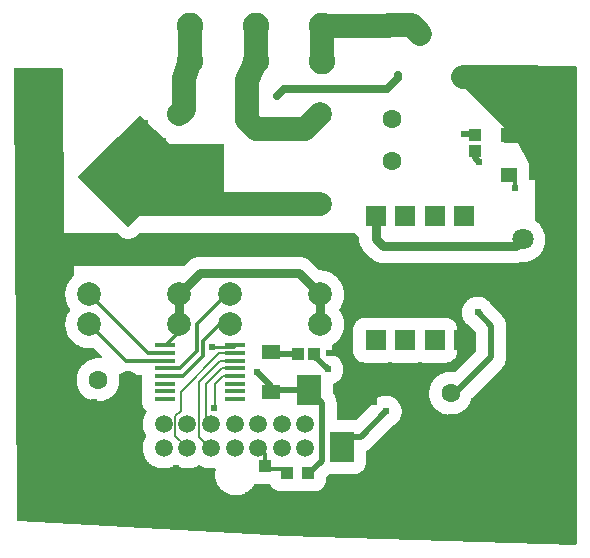
<source format=gtl>
G04 Layer: TopLayer*
G04 EasyEDA v6.3.22, 2020-02-05T09:45:25+02:00*
G04 0beb7f22875c416991f5e4e823d3f9f6,afbe6106ea7c444a8181c1b12ab228e2,10*
G04 Gerber Generator version 0.2*
G04 Scale: 100 percent, Rotated: No, Reflected: No *
G04 Dimensions in inches *
G04 leading zeros omitted , absolute positions ,2 integer and 4 decimal *
%FSLAX24Y24*%
%MOIN*%
G90*
G70D02*

%ADD10C,0.010000*%
%ADD11C,0.008000*%
%ADD12C,0.020000*%
%ADD13C,0.080000*%
%ADD14C,0.030000*%
%ADD15C,0.012000*%
%ADD16C,0.025000*%
%ADD17C,0.024000*%
%ADD18R,0.078740X0.098425*%
%ADD19R,0.059055X0.051181*%
%ADD20R,0.039370X0.039370*%
%ADD21R,0.039370X0.043307*%
%ADD22R,0.071000X0.016000*%
%ADD23R,0.055118X0.047244*%
%ADD24R,0.043307X0.039370*%
%ADD25R,0.070000X0.070000*%
%ADD26C,0.070866*%
%ADD27C,0.088583*%
%ADD28C,0.062992*%
%ADD29C,0.078740*%
%ADD30C,0.059055*%

%LPD*%
G36*
G01X18446Y14899D02*
G01X15988Y14930D01*
G01X15014Y14924D01*
G01X15009Y14924D01*
G01X15003Y14923D01*
G01X14998Y14921D01*
G01X14988Y14915D01*
G01X14984Y14911D01*
G01X14978Y14901D01*
G01X14976Y14896D01*
G01X14974Y14884D01*
G01X14975Y14878D01*
G01X14977Y14871D01*
G01X14980Y14865D01*
G01X15379Y14156D01*
G01X15383Y14150D01*
G01X15387Y14145D01*
G01X15393Y14141D01*
G01X15399Y14138D01*
G01X16036Y13893D01*
G01X16052Y12383D01*
G01X16054Y12371D01*
G01X16056Y12366D01*
G01X16059Y12361D01*
G01X16062Y12357D01*
G01X16066Y12353D01*
G01X16071Y12349D01*
G01X16081Y12345D01*
G01X16087Y12343D01*
G01X16536Y12343D01*
G01X16830Y11754D01*
G01X16854Y11718D01*
G01X16863Y11702D01*
G01X16879Y11670D01*
G01X16886Y11653D01*
G01X16892Y11635D01*
G01X16897Y11618D01*
G01X16902Y11600D01*
G01X16906Y11582D01*
G01X16909Y11564D01*
G01X16911Y11546D01*
G01X16912Y11528D01*
G01X16912Y11133D01*
G01X16913Y11127D01*
G01X16914Y11122D01*
G01X16916Y11116D01*
G01X16919Y11111D01*
G01X16922Y11107D01*
G01X16926Y11103D01*
G01X16931Y11099D01*
G01X16941Y11095D01*
G01X16947Y11093D01*
G01X17086Y11093D01*
G01X17086Y9775D01*
G01X17090Y9763D01*
G01X17098Y9753D01*
G01X17104Y9749D01*
G01X17124Y9735D01*
G01X17144Y9720D01*
G01X17201Y9672D01*
G01X17219Y9655D01*
G01X17253Y9619D01*
G01X17269Y9600D01*
G01X17299Y9560D01*
G01X17313Y9540D01*
G01X17339Y9498D01*
G01X17363Y9454D01*
G01X17373Y9432D01*
G01X17383Y9409D01*
G01X17401Y9363D01*
G01X17415Y9315D01*
G01X17421Y9291D01*
G01X17431Y9243D01*
G01X17435Y9218D01*
G01X17437Y9194D01*
G01X17441Y9144D01*
G01X17441Y9095D01*
G01X17437Y9045D01*
G01X17435Y9021D01*
G01X17431Y8996D01*
G01X17421Y8948D01*
G01X17415Y8924D01*
G01X17408Y8900D01*
G01X17401Y8877D01*
G01X17393Y8853D01*
G01X17384Y8830D01*
G01X17374Y8808D01*
G01X17363Y8785D01*
G01X17352Y8763D01*
G01X17340Y8742D01*
G01X17314Y8700D01*
G01X17300Y8679D01*
G01X17285Y8660D01*
G01X17270Y8640D01*
G01X17254Y8621D01*
G01X17220Y8585D01*
G01X17184Y8551D01*
G01X17165Y8536D01*
G01X17145Y8520D01*
G01X17126Y8505D01*
G01X17105Y8491D01*
G01X17085Y8478D01*
G01X17063Y8465D01*
G01X17042Y8453D01*
G01X17020Y8442D01*
G01X16997Y8431D01*
G01X16975Y8422D01*
G01X16952Y8412D01*
G01X16928Y8404D01*
G01X16905Y8397D01*
G01X16881Y8390D01*
G01X16857Y8384D01*
G01X16809Y8374D01*
G01X16784Y8371D01*
G01X16760Y8368D01*
G01X16710Y8364D01*
G01X16686Y8364D01*
G01X16630Y8366D01*
G01X16621Y8366D01*
G01X16616Y8365D01*
G01X16594Y8359D01*
G01X16550Y8349D01*
G01X16527Y8346D01*
G01X16505Y8344D01*
G01X16482Y8342D01*
G01X12014Y8342D01*
G01X11992Y8344D01*
G01X11971Y8346D01*
G01X11949Y8349D01*
G01X11907Y8357D01*
G01X11865Y8369D01*
G01X11845Y8376D01*
G01X11825Y8384D01*
G01X11805Y8393D01*
G01X11786Y8402D01*
G01X11766Y8412D01*
G01X11748Y8423D01*
G01X11712Y8447D01*
G01X11695Y8460D01*
G01X11678Y8474D01*
G01X11662Y8488D01*
G01X11646Y8503D01*
G01X11399Y8750D01*
G01X11384Y8766D01*
G01X11370Y8782D01*
G01X11356Y8799D01*
G01X11343Y8816D01*
G01X11319Y8852D01*
G01X11308Y8871D01*
G01X11288Y8909D01*
G01X11272Y8949D01*
G01X11265Y8970D01*
G01X11258Y8990D01*
G01X11248Y9032D01*
G01X11244Y9054D01*
G01X11241Y9075D01*
G01X11239Y9097D01*
G01X11238Y9118D01*
G01X11238Y9180D01*
G01X11237Y9185D01*
G01X11236Y9191D01*
G01X11234Y9196D01*
G01X11228Y9206D01*
G01X11224Y9210D01*
G01X11220Y9213D01*
G01X11203Y9225D01*
G01X11187Y9237D01*
G01X11157Y9263D01*
G01X11143Y9278D01*
G01X11130Y9293D01*
G01X11106Y9325D01*
G01X11102Y9330D01*
G01X11097Y9335D01*
G01X11092Y9338D01*
G01X11086Y9341D01*
G01X11079Y9342D01*
G01X11073Y9343D01*
G01X3919Y9343D01*
G01X3907Y9341D01*
G01X3901Y9339D01*
G01X3891Y9331D01*
G01X3819Y9259D01*
G01X3806Y9247D01*
G01X3792Y9234D01*
G01X3762Y9212D01*
G01X3747Y9202D01*
G01X3731Y9193D01*
G01X3714Y9184D01*
G01X3698Y9176D01*
G01X3681Y9169D01*
G01X3645Y9157D01*
G01X3609Y9149D01*
G01X3591Y9146D01*
G01X3573Y9144D01*
G01X3554Y9142D01*
G01X3518Y9142D01*
G01X3499Y9144D01*
G01X3481Y9146D01*
G01X3463Y9149D01*
G01X3446Y9152D01*
G01X3428Y9157D01*
G01X3411Y9162D01*
G01X3393Y9168D01*
G01X3377Y9175D01*
G01X3360Y9182D01*
G01X3328Y9200D01*
G01X3298Y9220D01*
G01X3284Y9231D01*
G01X3256Y9255D01*
G01X3178Y9332D01*
G01X3173Y9336D01*
G01X3168Y9339D01*
G01X3162Y9341D01*
G01X3150Y9343D01*
G01X1386Y9343D01*
G01X1353Y14812D01*
G01X1352Y14817D01*
G01X1351Y14823D01*
G01X1349Y14828D01*
G01X1343Y14838D01*
G01X1339Y14842D01*
G01X1329Y14848D01*
G01X1324Y14850D01*
G01X1318Y14851D01*
G01X1313Y14851D01*
G01X-223Y14843D01*
G01X-229Y14843D01*
G01X-235Y14842D01*
G01X-240Y14840D01*
G01X-245Y14837D01*
G01X-257Y14825D01*
G01X-259Y14820D01*
G01X-261Y14814D01*
G01X-263Y14809D01*
G01X-263Y14803D01*
G01X-164Y-218D01*
G01X-162Y-230D01*
G01X-159Y-236D01*
G01X-153Y-246D01*
G01X-148Y-250D01*
G01X-138Y-256D01*
G01X-126Y-258D01*
G01X8835Y-756D01*
G01X8836Y-756D01*
G01X18444Y-1055D01*
G01X18446Y-1055D01*
G01X18451Y-1054D01*
G01X18457Y-1053D01*
G01X18462Y-1051D01*
G01X18472Y-1045D01*
G01X18476Y-1041D01*
G01X18482Y-1031D01*
G01X18484Y-1026D01*
G01X18485Y-1020D01*
G01X18486Y-1015D01*
G01X18486Y14859D01*
G01X18485Y14864D01*
G01X18484Y14870D01*
G01X18482Y14875D01*
G01X18476Y14885D01*
G01X18472Y14889D01*
G01X18468Y14892D01*
G01X18463Y14895D01*
G01X18457Y14897D01*
G01X18452Y14898D01*
G01X18446Y14899D01*
G37*

%LPC*%
G36*
G01X9263Y8544D02*
G01X5920Y8544D01*
G01X5898Y8542D01*
G01X5877Y8540D01*
G01X5855Y8537D01*
G01X5813Y8529D01*
G01X5771Y8517D01*
G01X5751Y8510D01*
G01X5731Y8502D01*
G01X5711Y8493D01*
G01X5692Y8484D01*
G01X5672Y8474D01*
G01X5654Y8463D01*
G01X5618Y8439D01*
G01X5601Y8426D01*
G01X5584Y8412D01*
G01X5568Y8398D01*
G01X5552Y8383D01*
G01X5424Y8255D01*
G01X5414Y8247D01*
G01X5402Y8243D01*
G01X1736Y8243D01*
G01X1728Y7917D01*
G01X1728Y7911D01*
G01X1726Y7904D01*
G01X1723Y7898D01*
G01X1720Y7893D01*
G01X1715Y7888D01*
G01X1696Y7871D01*
G01X1677Y7853D01*
G01X1659Y7834D01*
G01X1642Y7815D01*
G01X1625Y7795D01*
G01X1609Y7775D01*
G01X1594Y7754D01*
G01X1579Y7732D01*
G01X1566Y7711D01*
G01X1552Y7688D01*
G01X1540Y7666D01*
G01X1528Y7643D01*
G01X1517Y7619D01*
G01X1507Y7596D01*
G01X1497Y7571D01*
G01X1489Y7547D01*
G01X1481Y7522D01*
G01X1474Y7498D01*
G01X1467Y7472D01*
G01X1457Y7422D01*
G01X1451Y7370D01*
G01X1449Y7345D01*
G01X1447Y7319D01*
G01X1447Y7267D01*
G01X1451Y7217D01*
G01X1454Y7191D01*
G01X1457Y7166D01*
G01X1467Y7116D01*
G01X1473Y7091D01*
G01X1480Y7066D01*
G01X1496Y7018D01*
G01X1505Y6994D01*
G01X1515Y6971D01*
G01X1537Y6925D01*
G01X1550Y6902D01*
G01X1562Y6880D01*
G01X1590Y6838D01*
G01X1605Y6817D01*
G01X1609Y6812D01*
G01X1611Y6806D01*
G01X1613Y6799D01*
G01X1613Y6787D01*
G01X1611Y6780D01*
G01X1609Y6774D01*
G01X1605Y6769D01*
G01X1590Y6748D01*
G01X1562Y6706D01*
G01X1550Y6684D01*
G01X1537Y6661D01*
G01X1515Y6615D01*
G01X1505Y6592D01*
G01X1496Y6568D01*
G01X1488Y6544D01*
G01X1480Y6519D01*
G01X1473Y6495D01*
G01X1467Y6470D01*
G01X1457Y6420D01*
G01X1454Y6395D01*
G01X1451Y6369D01*
G01X1449Y6344D01*
G01X1447Y6318D01*
G01X1447Y6267D01*
G01X1451Y6217D01*
G01X1453Y6191D01*
G01X1457Y6166D01*
G01X1467Y6116D01*
G01X1473Y6091D01*
G01X1487Y6043D01*
G01X1505Y5995D01*
G01X1515Y5971D01*
G01X1537Y5925D01*
G01X1549Y5903D01*
G01X1562Y5881D01*
G01X1576Y5859D01*
G01X1590Y5838D01*
G01X1605Y5818D01*
G01X1620Y5797D01*
G01X1637Y5778D01*
G01X1653Y5759D01*
G01X1671Y5740D01*
G01X1689Y5722D01*
G01X1707Y5705D01*
G01X1727Y5688D01*
G01X1746Y5672D01*
G01X1766Y5656D01*
G01X1787Y5641D01*
G01X1808Y5627D01*
G01X1830Y5613D01*
G01X1852Y5601D01*
G01X1874Y5588D01*
G01X1920Y5566D01*
G01X1943Y5556D01*
G01X1967Y5547D01*
G01X1991Y5539D01*
G01X2016Y5531D01*
G01X2040Y5524D01*
G01X2065Y5518D01*
G01X2115Y5508D01*
G01X2165Y5502D01*
G01X2191Y5500D01*
G01X2216Y5499D01*
G01X2242Y5498D01*
G01X2298Y5500D01*
G01X2354Y5506D01*
G01X2359Y5507D01*
G01X2366Y5506D01*
G01X2372Y5505D01*
G01X2378Y5502D01*
G01X2383Y5499D01*
G01X2388Y5495D01*
G01X2662Y5221D01*
G01X2666Y5216D01*
G01X2669Y5211D01*
G01X2672Y5205D01*
G01X2674Y5193D01*
G01X2672Y5181D01*
G01X2670Y5176D01*
G01X2664Y5166D01*
G01X2660Y5162D01*
G01X2650Y5156D01*
G01X2645Y5154D01*
G01X2639Y5153D01*
G01X2628Y5153D01*
G01X2598Y5156D01*
G01X2567Y5158D01*
G01X2536Y5159D01*
G01X2511Y5159D01*
G01X2487Y5157D01*
G01X2462Y5155D01*
G01X2414Y5149D01*
G01X2366Y5139D01*
G01X2343Y5132D01*
G01X2319Y5125D01*
G01X2296Y5118D01*
G01X2250Y5100D01*
G01X2228Y5090D01*
G01X2206Y5079D01*
G01X2164Y5055D01*
G01X2143Y5042D01*
G01X2123Y5028D01*
G01X2103Y5013D01*
G01X2065Y4983D01*
G01X2029Y4949D01*
G01X2012Y4932D01*
G01X1996Y4914D01*
G01X1980Y4895D01*
G01X1965Y4876D01*
G01X1937Y4836D01*
G01X1924Y4815D01*
G01X1912Y4794D01*
G01X1900Y4772D01*
G01X1889Y4750D01*
G01X1879Y4728D01*
G01X1870Y4706D01*
G01X1861Y4683D01*
G01X1853Y4660D01*
G01X1846Y4636D01*
G01X1840Y4612D01*
G01X1835Y4589D01*
G01X1830Y4565D01*
G01X1826Y4540D01*
G01X1823Y4516D01*
G01X1821Y4492D01*
G01X1820Y4467D01*
G01X1820Y4419D01*
G01X1821Y4394D01*
G01X1823Y4370D01*
G01X1826Y4345D01*
G01X1830Y4321D01*
G01X1840Y4273D01*
G01X1846Y4250D01*
G01X1853Y4226D01*
G01X1861Y4203D01*
G01X1870Y4180D01*
G01X1879Y4158D01*
G01X1889Y4135D01*
G01X1900Y4114D01*
G01X1912Y4092D01*
G01X1924Y4071D01*
G01X1937Y4050D01*
G01X1965Y4010D01*
G01X1980Y3991D01*
G01X1996Y3972D01*
G01X2012Y3954D01*
G01X2029Y3937D01*
G01X2065Y3903D01*
G01X2084Y3888D01*
G01X2103Y3872D01*
G01X2143Y3844D01*
G01X2164Y3831D01*
G01X2206Y3807D01*
G01X2228Y3796D01*
G01X2250Y3786D01*
G01X2296Y3768D01*
G01X2319Y3761D01*
G01X2343Y3754D01*
G01X2366Y3747D01*
G01X2414Y3737D01*
G01X2462Y3731D01*
G01X2487Y3729D01*
G01X2511Y3727D01*
G01X2560Y3727D01*
G01X2585Y3729D01*
G01X2609Y3731D01*
G01X2657Y3737D01*
G01X2705Y3747D01*
G01X2729Y3754D01*
G01X2775Y3768D01*
G01X2821Y3786D01*
G01X2843Y3796D01*
G01X2865Y3807D01*
G01X2887Y3819D01*
G01X2908Y3831D01*
G01X2928Y3844D01*
G01X2949Y3858D01*
G01X2968Y3872D01*
G01X2988Y3888D01*
G01X3006Y3903D01*
G01X3042Y3937D01*
G01X3059Y3954D01*
G01X3075Y3972D01*
G01X3091Y3991D01*
G01X3106Y4010D01*
G01X3121Y4030D01*
G01X3134Y4050D01*
G01X3160Y4092D01*
G01X3171Y4114D01*
G01X3182Y4135D01*
G01X3192Y4158D01*
G01X3202Y4180D01*
G01X3218Y4226D01*
G01X3225Y4250D01*
G01X3231Y4273D01*
G01X3237Y4297D01*
G01X3245Y4345D01*
G01X3248Y4370D01*
G01X3250Y4394D01*
G01X3251Y4419D01*
G01X3252Y4443D01*
G01X3250Y4497D01*
G01X3247Y4523D01*
G01X3244Y4550D01*
G01X3234Y4602D01*
G01X3233Y4611D01*
G01X3233Y4617D01*
G01X3234Y4623D01*
G01X3236Y4628D01*
G01X3242Y4638D01*
G01X3246Y4642D01*
G01X3256Y4648D01*
G01X3261Y4650D01*
G01X3267Y4651D01*
G01X3280Y4651D01*
G01X3287Y4648D01*
G01X3306Y4642D01*
G01X3324Y4636D01*
G01X3343Y4630D01*
G01X3381Y4622D01*
G01X3400Y4620D01*
G01X3419Y4617D01*
G01X3438Y4616D01*
G01X3959Y4616D01*
G01X3964Y4615D01*
G01X3970Y4614D01*
G01X3980Y4610D01*
G01X3985Y4606D01*
G01X3989Y4602D01*
G01X3995Y4592D01*
G01X3997Y4587D01*
G01X3998Y4582D01*
G01X3999Y4576D01*
G01X3999Y4463D01*
G01X4001Y4441D01*
G01X4001Y4433D01*
G01X3999Y4411D01*
G01X3999Y4207D01*
G01X4001Y4185D01*
G01X4001Y4177D01*
G01X3999Y4155D01*
G01X3999Y3951D01*
G01X4001Y3930D01*
G01X4001Y3921D01*
G01X3999Y3899D01*
G01X3999Y3699D01*
G01X4000Y3681D01*
G01X4002Y3663D01*
G01X4005Y3645D01*
G01X4009Y3627D01*
G01X4013Y3610D01*
G01X4019Y3592D01*
G01X4025Y3575D01*
G01X4032Y3558D01*
G01X4039Y3542D01*
G01X4047Y3525D01*
G01X4057Y3510D01*
G01X4066Y3494D01*
G01X4077Y3479D01*
G01X4088Y3465D01*
G01X4100Y3451D01*
G01X4112Y3438D01*
G01X4125Y3425D01*
G01X4138Y3413D01*
G01X4143Y3409D01*
G01X4149Y3399D01*
G01X4151Y3394D01*
G01X4152Y3388D01*
G01X4152Y3377D01*
G01X4151Y3371D01*
G01X4149Y3365D01*
G01X4146Y3360D01*
G01X4132Y3340D01*
G01X4108Y3298D01*
G01X4097Y3276D01*
G01X4087Y3254D01*
G01X4078Y3232D01*
G01X4069Y3209D01*
G01X4061Y3186D01*
G01X4054Y3163D01*
G01X4048Y3140D01*
G01X4042Y3116D01*
G01X4038Y3092D01*
G01X4034Y3069D01*
G01X4031Y3044D01*
G01X4029Y3020D01*
G01X4027Y2972D01*
G01X4028Y2947D01*
G01X4029Y2923D01*
G01X4031Y2898D01*
G01X4034Y2874D01*
G01X4038Y2850D01*
G01X4048Y2802D01*
G01X4055Y2778D01*
G01X4062Y2755D01*
G01X4070Y2731D01*
G01X4079Y2709D01*
G01X4089Y2686D01*
G01X4099Y2664D01*
G01X4110Y2642D01*
G01X4122Y2621D01*
G01X4135Y2600D01*
G01X4141Y2586D01*
G01X4141Y2571D01*
G01X4138Y2563D01*
G01X4135Y2557D01*
G01X4122Y2536D01*
G01X4110Y2514D01*
G01X4099Y2493D01*
G01X4089Y2470D01*
G01X4079Y2448D01*
G01X4070Y2425D01*
G01X4062Y2402D01*
G01X4055Y2378D01*
G01X4048Y2355D01*
G01X4038Y2307D01*
G01X4034Y2282D01*
G01X4031Y2258D01*
G01X4029Y2234D01*
G01X4027Y2184D01*
G01X4028Y2161D01*
G01X4029Y2137D01*
G01X4031Y2113D01*
G01X4034Y2090D01*
G01X4037Y2066D01*
G01X4047Y2020D01*
G01X4053Y1997D01*
G01X4067Y1951D01*
G01X4085Y1907D01*
G01X4095Y1885D01*
G01X4105Y1864D01*
G01X4117Y1843D01*
G01X4141Y1803D01*
G01X4155Y1783D01*
G01X4183Y1745D01*
G01X4215Y1709D01*
G01X4231Y1692D01*
G01X4248Y1676D01*
G01X4284Y1644D01*
G01X4322Y1616D01*
G01X4342Y1602D01*
G01X4382Y1578D01*
G01X4403Y1566D01*
G01X4424Y1556D01*
G01X4446Y1546D01*
G01X4490Y1528D01*
G01X4536Y1514D01*
G01X4559Y1508D01*
G01X4605Y1498D01*
G01X4629Y1495D01*
G01X4652Y1492D01*
G01X4676Y1490D01*
G01X4700Y1489D01*
G01X4723Y1488D01*
G01X4773Y1490D01*
G01X4797Y1492D01*
G01X4821Y1495D01*
G01X4846Y1499D01*
G01X4894Y1509D01*
G01X4917Y1516D01*
G01X4941Y1523D01*
G01X4964Y1531D01*
G01X4987Y1540D01*
G01X5009Y1550D01*
G01X5032Y1560D01*
G01X5053Y1571D01*
G01X5075Y1583D01*
G01X5096Y1596D01*
G01X5102Y1599D01*
G01X5110Y1602D01*
G01X5125Y1602D01*
G01X5139Y1596D01*
G01X5160Y1583D01*
G01X5181Y1571D01*
G01X5203Y1560D01*
G01X5225Y1550D01*
G01X5248Y1540D01*
G01X5270Y1531D01*
G01X5294Y1523D01*
G01X5317Y1516D01*
G01X5341Y1509D01*
G01X5389Y1499D01*
G01X5413Y1495D01*
G01X5437Y1492D01*
G01X5462Y1490D01*
G01X5486Y1489D01*
G01X5511Y1488D01*
G01X5535Y1489D01*
G01X5560Y1490D01*
G01X5584Y1492D01*
G01X5609Y1495D01*
G01X5633Y1499D01*
G01X5681Y1509D01*
G01X5705Y1516D01*
G01X5728Y1523D01*
G01X5751Y1531D01*
G01X5774Y1540D01*
G01X5797Y1550D01*
G01X5819Y1560D01*
G01X5841Y1571D01*
G01X5862Y1583D01*
G01X5883Y1596D01*
G01X5897Y1602D01*
G01X5912Y1602D01*
G01X5926Y1596D01*
G01X5947Y1583D01*
G01X5968Y1571D01*
G01X5990Y1560D01*
G01X6012Y1550D01*
G01X6035Y1540D01*
G01X6058Y1531D01*
G01X6081Y1523D01*
G01X6104Y1516D01*
G01X6128Y1509D01*
G01X6176Y1499D01*
G01X6200Y1495D01*
G01X6225Y1492D01*
G01X6249Y1490D01*
G01X6274Y1489D01*
G01X6298Y1488D01*
G01X6327Y1489D01*
G01X6383Y1493D01*
G01X6412Y1497D01*
G01X6418Y1498D01*
G01X6424Y1498D01*
G01X6429Y1496D01*
G01X6435Y1494D01*
G01X6440Y1492D01*
G01X6452Y1480D01*
G01X6455Y1475D01*
G01X6457Y1469D01*
G01X6458Y1464D01*
G01X6458Y1458D01*
G01X6457Y1449D01*
G01X6452Y1423D01*
G01X6447Y1398D01*
G01X6444Y1372D01*
G01X6441Y1345D01*
G01X6439Y1293D01*
G01X6441Y1245D01*
G01X6443Y1222D01*
G01X6446Y1198D01*
G01X6450Y1175D01*
G01X6454Y1151D01*
G01X6459Y1128D01*
G01X6465Y1105D01*
G01X6472Y1082D01*
G01X6488Y1038D01*
G01X6497Y1016D01*
G01X6507Y994D01*
G01X6517Y973D01*
G01X6541Y931D01*
G01X6553Y911D01*
G01X6567Y891D01*
G01X6581Y872D01*
G01X6596Y854D01*
G01X6611Y835D01*
G01X6643Y801D01*
G01X6660Y784D01*
G01X6678Y768D01*
G01X6696Y753D01*
G01X6715Y738D01*
G01X6734Y724D01*
G01X6774Y698D01*
G01X6794Y686D01*
G01X6815Y675D01*
G01X6837Y664D01*
G01X6858Y654D01*
G01X6880Y645D01*
G01X6903Y637D01*
G01X6925Y629D01*
G01X6948Y623D01*
G01X6971Y616D01*
G01X6994Y611D01*
G01X7017Y607D01*
G01X7041Y603D01*
G01X7064Y600D01*
G01X7088Y598D01*
G01X7112Y597D01*
G01X7160Y597D01*
G01X7184Y598D01*
G01X7208Y600D01*
G01X7232Y603D01*
G01X7255Y607D01*
G01X7303Y617D01*
G01X7326Y623D01*
G01X7349Y630D01*
G01X7372Y638D01*
G01X7394Y646D01*
G01X7438Y666D01*
G01X7460Y677D01*
G01X7481Y688D01*
G01X7502Y701D01*
G01X7542Y727D01*
G01X7580Y757D01*
G01X7598Y772D01*
G01X7616Y789D01*
G01X7633Y805D01*
G01X7665Y841D01*
G01X7681Y860D01*
G01X7709Y898D01*
G01X7723Y918D01*
G01X7747Y960D01*
G01X7750Y965D01*
G01X7754Y969D01*
G01X7759Y973D01*
G01X7764Y976D01*
G01X7770Y979D01*
G01X7782Y981D01*
G01X7792Y979D01*
G01X7811Y975D01*
G01X7830Y972D01*
G01X7850Y969D01*
G01X7869Y968D01*
G01X8241Y968D01*
G01X8253Y966D01*
G01X8259Y963D01*
G01X8264Y960D01*
G01X8269Y956D01*
G01X8277Y946D01*
G01X8285Y929D01*
G01X8295Y914D01*
G01X8305Y898D01*
G01X8316Y883D01*
G01X8327Y869D01*
G01X8339Y855D01*
G01X8365Y829D01*
G01X8379Y817D01*
G01X8409Y795D01*
G01X8424Y785D01*
G01X8440Y776D01*
G01X8457Y767D01*
G01X8473Y759D01*
G01X8490Y752D01*
G01X8508Y746D01*
G01X8525Y741D01*
G01X8543Y736D01*
G01X8561Y732D01*
G01X8579Y729D01*
G01X8598Y727D01*
G01X8634Y725D01*
G01X9028Y725D01*
G01X9046Y726D01*
G01X9065Y727D01*
G01X9083Y729D01*
G01X9101Y732D01*
G01X9137Y740D01*
G01X9171Y752D01*
G01X9178Y754D01*
G01X9193Y754D01*
G01X9200Y752D01*
G01X9217Y746D01*
G01X9235Y740D01*
G01X9252Y736D01*
G01X9270Y732D01*
G01X9288Y729D01*
G01X9307Y727D01*
G01X9343Y725D01*
G01X9737Y725D01*
G01X9773Y727D01*
G01X9791Y729D01*
G01X9808Y732D01*
G01X9826Y735D01*
G01X9843Y740D01*
G01X9861Y745D01*
G01X9878Y751D01*
G01X9894Y758D01*
G01X9911Y765D01*
G01X9927Y773D01*
G01X9942Y782D01*
G01X9958Y792D01*
G01X9972Y802D01*
G01X9987Y813D01*
G01X10001Y824D01*
G01X10014Y837D01*
G01X10027Y849D01*
G01X10039Y863D01*
G01X10050Y876D01*
G01X10061Y891D01*
G01X10081Y921D01*
G01X10090Y936D01*
G01X10098Y952D01*
G01X10106Y969D01*
G01X10118Y1003D01*
G01X10128Y1037D01*
G01X10134Y1073D01*
G01X10136Y1090D01*
G01X10138Y1126D01*
G01X10138Y1172D01*
G01X10142Y1184D01*
G01X10145Y1189D01*
G01X10248Y1292D01*
G01X10254Y1296D01*
G01X10260Y1298D01*
G01X10272Y1300D01*
G01X11082Y1300D01*
G01X11100Y1301D01*
G01X11118Y1303D01*
G01X11136Y1306D01*
G01X11153Y1310D01*
G01X11171Y1314D01*
G01X11188Y1319D01*
G01X11205Y1325D01*
G01X11222Y1332D01*
G01X11254Y1348D01*
G01X11270Y1357D01*
G01X11285Y1366D01*
G01X11300Y1376D01*
G01X11314Y1387D01*
G01X11328Y1399D01*
G01X11341Y1411D01*
G01X11354Y1424D01*
G01X11366Y1437D01*
G01X11378Y1451D01*
G01X11389Y1465D01*
G01X11399Y1480D01*
G01X11408Y1495D01*
G01X11417Y1511D01*
G01X11433Y1543D01*
G01X11440Y1560D01*
G01X11446Y1577D01*
G01X11451Y1594D01*
G01X11455Y1612D01*
G01X11459Y1629D01*
G01X11462Y1647D01*
G01X11464Y1665D01*
G01X11465Y1683D01*
G01X11465Y2048D01*
G01X11467Y2060D01*
G01X11469Y2065D01*
G01X11475Y2075D01*
G01X11479Y2079D01*
G01X11489Y2085D01*
G01X11507Y2094D01*
G01X11526Y2103D01*
G01X11543Y2113D01*
G01X11561Y2124D01*
G01X11578Y2136D01*
G01X11594Y2148D01*
G01X11610Y2161D01*
G01X11640Y2189D01*
G01X12385Y2934D01*
G01X12393Y2940D01*
G01X12412Y2951D01*
G01X12446Y2975D01*
G01X12463Y2988D01*
G01X12479Y3001D01*
G01X12495Y3016D01*
G01X12510Y3030D01*
G01X12538Y3062D01*
G01X12551Y3078D01*
G01X12563Y3096D01*
G01X12575Y3113D01*
G01X12586Y3131D01*
G01X12596Y3150D01*
G01X12606Y3168D01*
G01X12615Y3188D01*
G01X12622Y3207D01*
G01X12630Y3227D01*
G01X12636Y3247D01*
G01X12641Y3268D01*
G01X12646Y3288D01*
G01X12650Y3309D01*
G01X12653Y3330D01*
G01X12655Y3351D01*
G01X12657Y3393D01*
G01X12656Y3413D01*
G01X12655Y3434D01*
G01X12653Y3454D01*
G01X12650Y3474D01*
G01X12647Y3495D01*
G01X12642Y3515D01*
G01X12637Y3534D01*
G01X12631Y3554D01*
G01X12617Y3592D01*
G01X12609Y3611D01*
G01X12600Y3629D01*
G01X12590Y3648D01*
G01X12580Y3665D01*
G01X12569Y3682D01*
G01X12545Y3716D01*
G01X12532Y3731D01*
G01X12518Y3747D01*
G01X12489Y3776D01*
G01X12474Y3789D01*
G01X12458Y3802D01*
G01X12442Y3814D01*
G01X12425Y3826D01*
G01X12408Y3837D01*
G01X12390Y3848D01*
G01X12354Y3866D01*
G01X12316Y3882D01*
G01X12297Y3888D01*
G01X12257Y3900D01*
G01X12217Y3908D01*
G01X12177Y3912D01*
G01X12156Y3914D01*
G01X12115Y3914D01*
G01X12073Y3910D01*
G01X12052Y3907D01*
G01X12010Y3899D01*
G01X11970Y3887D01*
G01X11950Y3880D01*
G01X11930Y3872D01*
G01X11892Y3854D01*
G01X11838Y3821D01*
G01X11821Y3808D01*
G01X11805Y3795D01*
G01X11773Y3767D01*
G01X11758Y3752D01*
G01X11744Y3737D01*
G01X11730Y3720D01*
G01X11717Y3704D01*
G01X11705Y3687D01*
G01X11683Y3651D01*
G01X11676Y3642D01*
G01X11126Y3092D01*
G01X11114Y3086D01*
G01X11102Y3084D01*
G01X11099Y3085D01*
G01X11064Y3086D01*
G01X10521Y3086D01*
G01X10515Y3088D01*
G01X10505Y3092D01*
G01X10500Y3096D01*
G01X10496Y3100D01*
G01X10493Y3104D01*
G01X10490Y3109D01*
G01X10488Y3115D01*
G01X10487Y3120D01*
G01X10487Y3678D01*
G01X10485Y3718D01*
G01X10483Y3738D01*
G01X10477Y3778D01*
G01X10472Y3797D01*
G01X10467Y3817D01*
G01X10461Y3836D01*
G01X10447Y3874D01*
G01X10420Y3928D01*
G01X10398Y3962D01*
G01X10387Y3978D01*
G01X10374Y3994D01*
G01X10370Y4000D01*
G01X10367Y4006D01*
G01X10366Y4013D01*
G01X10365Y4019D01*
G01X10365Y4277D01*
G01X10366Y4283D01*
G01X10367Y4288D01*
G01X10369Y4294D01*
G01X10372Y4299D01*
G01X10375Y4303D01*
G01X10380Y4307D01*
G01X10384Y4311D01*
G01X10390Y4314D01*
G01X10409Y4322D01*
G01X10427Y4331D01*
G01X10446Y4342D01*
G01X10464Y4352D01*
G01X10498Y4376D01*
G01X10515Y4389D01*
G01X10531Y4403D01*
G01X10546Y4417D01*
G01X10561Y4432D01*
G01X10575Y4447D01*
G01X10589Y4463D01*
G01X10602Y4480D01*
G01X10626Y4514D01*
G01X10637Y4532D01*
G01X10647Y4551D01*
G01X10656Y4569D01*
G01X10665Y4589D01*
G01X10673Y4608D01*
G01X10680Y4628D01*
G01X10692Y4668D01*
G01X10696Y4689D01*
G01X10700Y4709D01*
G01X10703Y4730D01*
G01X10705Y4751D01*
G01X10707Y4793D01*
G01X10705Y4835D01*
G01X10703Y4856D01*
G01X10700Y4877D01*
G01X10696Y4898D01*
G01X10691Y4918D01*
G01X10686Y4939D01*
G01X10680Y4959D01*
G01X10672Y4979D01*
G01X10665Y4998D01*
G01X10656Y5018D01*
G01X10646Y5036D01*
G01X10636Y5055D01*
G01X10625Y5073D01*
G01X10601Y5107D01*
G01X10588Y5124D01*
G01X10560Y5156D01*
G01X10545Y5170D01*
G01X10529Y5185D01*
G01X10513Y5198D01*
G01X10496Y5211D01*
G01X10462Y5235D01*
G01X10443Y5246D01*
G01X10435Y5252D01*
G01X10342Y5345D01*
G01X10339Y5351D01*
G01X10335Y5363D01*
G01X10335Y5510D01*
G01X10333Y5550D01*
G01X10330Y5570D01*
G01X10330Y5582D01*
G01X10331Y5588D01*
G01X10334Y5593D01*
G01X10336Y5599D01*
G01X10344Y5607D01*
G01X10349Y5611D01*
G01X10371Y5624D01*
G01X10392Y5638D01*
G01X10413Y5653D01*
G01X10434Y5669D01*
G01X10453Y5685D01*
G01X10473Y5702D01*
G01X10492Y5719D01*
G01X10510Y5737D01*
G01X10544Y5775D01*
G01X10561Y5795D01*
G01X10577Y5815D01*
G01X10592Y5836D01*
G01X10606Y5857D01*
G01X10620Y5879D01*
G01X10633Y5901D01*
G01X10645Y5923D01*
G01X10657Y5946D01*
G01X10667Y5969D01*
G01X10678Y5993D01*
G01X10687Y6017D01*
G01X10703Y6065D01*
G01X10710Y6090D01*
G01X10722Y6140D01*
G01X10726Y6165D01*
G01X10730Y6191D01*
G01X10733Y6216D01*
G01X10735Y6242D01*
G01X10736Y6267D01*
G01X10736Y6318D01*
G01X10735Y6344D01*
G01X10733Y6369D01*
G01X10730Y6395D01*
G01X10722Y6445D01*
G01X10710Y6495D01*
G01X10703Y6519D01*
G01X10696Y6544D01*
G01X10678Y6592D01*
G01X10668Y6615D01*
G01X10646Y6661D01*
G01X10634Y6684D01*
G01X10621Y6706D01*
G01X10593Y6748D01*
G01X10578Y6769D01*
G01X10575Y6774D01*
G01X10572Y6780D01*
G01X10571Y6787D01*
G01X10570Y6793D01*
G01X10571Y6799D01*
G01X10572Y6806D01*
G01X10575Y6812D01*
G01X10578Y6817D01*
G01X10593Y6838D01*
G01X10621Y6880D01*
G01X10634Y6902D01*
G01X10646Y6925D01*
G01X10668Y6971D01*
G01X10678Y6994D01*
G01X10696Y7042D01*
G01X10703Y7066D01*
G01X10710Y7091D01*
G01X10722Y7141D01*
G01X10730Y7191D01*
G01X10733Y7217D01*
G01X10735Y7242D01*
G01X10736Y7267D01*
G01X10736Y7318D01*
G01X10735Y7344D01*
G01X10733Y7369D01*
G01X10730Y7395D01*
G01X10722Y7445D01*
G01X10716Y7470D01*
G01X10710Y7494D01*
G01X10704Y7519D01*
G01X10688Y7567D01*
G01X10678Y7591D01*
G01X10668Y7614D01*
G01X10658Y7638D01*
G01X10646Y7660D01*
G01X10634Y7683D01*
G01X10621Y7705D01*
G01X10608Y7726D01*
G01X10594Y7747D01*
G01X10579Y7768D01*
G01X10547Y7808D01*
G01X10530Y7827D01*
G01X10513Y7845D01*
G01X10495Y7863D01*
G01X10476Y7881D01*
G01X10457Y7898D01*
G01X10438Y7914D01*
G01X10417Y7929D01*
G01X10397Y7944D01*
G01X10376Y7959D01*
G01X10332Y7985D01*
G01X10310Y7997D01*
G01X10287Y8009D01*
G01X10241Y8029D01*
G01X10193Y8047D01*
G01X10169Y8055D01*
G01X10144Y8061D01*
G01X10119Y8068D01*
G01X10094Y8073D01*
G01X10044Y8081D01*
G01X10019Y8084D01*
G01X9994Y8086D01*
G01X9968Y8087D01*
G01X9943Y8088D01*
G01X9936Y8088D01*
G01X9930Y8090D01*
G01X9925Y8092D01*
G01X9919Y8095D01*
G01X9914Y8099D01*
G01X9631Y8383D01*
G01X9616Y8398D01*
G01X9600Y8412D01*
G01X9583Y8426D01*
G01X9566Y8439D01*
G01X9530Y8463D01*
G01X9511Y8474D01*
G01X9492Y8484D01*
G01X9472Y8493D01*
G01X9453Y8502D01*
G01X9432Y8510D01*
G01X9412Y8517D01*
G01X9370Y8529D01*
G01X9328Y8537D01*
G01X9306Y8540D01*
G01X9285Y8542D01*
G01X9263Y8544D01*
G37*
G36*
G01X15207Y7214D02*
G01X15165Y7214D01*
G01X15145Y7212D01*
G01X15124Y7210D01*
G01X15104Y7208D01*
G01X15064Y7200D01*
G01X15044Y7194D01*
G01X15025Y7188D01*
G01X15005Y7182D01*
G01X14986Y7174D01*
G01X14968Y7166D01*
G01X14949Y7157D01*
G01X14931Y7148D01*
G01X14913Y7137D01*
G01X14896Y7126D01*
G01X14879Y7114D01*
G01X14863Y7102D01*
G01X14847Y7089D01*
G01X14832Y7076D01*
G01X14803Y7047D01*
G01X14789Y7031D01*
G01X14777Y7016D01*
G01X14764Y6999D01*
G01X14752Y6982D01*
G01X14741Y6965D01*
G01X14731Y6948D01*
G01X14721Y6929D01*
G01X14713Y6911D01*
G01X14704Y6892D01*
G01X14690Y6854D01*
G01X14684Y6834D01*
G01X14679Y6815D01*
G01X14675Y6795D01*
G01X14671Y6774D01*
G01X14668Y6754D01*
G01X14666Y6734D01*
G01X14665Y6713D01*
G01X14665Y6672D01*
G01X14666Y6651D01*
G01X14669Y6630D01*
G01X14671Y6609D01*
G01X14675Y6588D01*
G01X14680Y6568D01*
G01X14685Y6547D01*
G01X14699Y6507D01*
G01X14707Y6488D01*
G01X14716Y6468D01*
G01X14725Y6450D01*
G01X14735Y6431D01*
G01X14746Y6413D01*
G01X14758Y6396D01*
G01X14770Y6378D01*
G01X14783Y6362D01*
G01X14797Y6346D01*
G01X14812Y6330D01*
G01X14827Y6316D01*
G01X14842Y6301D01*
G01X14858Y6288D01*
G01X14875Y6275D01*
G01X14892Y6263D01*
G01X14910Y6251D01*
G01X14928Y6240D01*
G01X14936Y6234D01*
G01X15123Y6047D01*
G01X15127Y6042D01*
G01X15130Y6037D01*
G01X15133Y6031D01*
G01X15135Y6019D01*
G01X15135Y5417D01*
G01X15133Y5405D01*
G01X15130Y5399D01*
G01X15127Y5394D01*
G01X15123Y5389D01*
G01X14444Y4709D01*
G01X14439Y4705D01*
G01X14433Y4702D01*
G01X14428Y4700D01*
G01X14422Y4698D01*
G01X14408Y4698D01*
G01X14384Y4702D01*
G01X14360Y4705D01*
G01X14310Y4709D01*
G01X14261Y4709D01*
G01X14237Y4707D01*
G01X14212Y4705D01*
G01X14164Y4699D01*
G01X14116Y4689D01*
G01X14093Y4682D01*
G01X14069Y4675D01*
G01X14046Y4668D01*
G01X14000Y4650D01*
G01X13978Y4640D01*
G01X13956Y4629D01*
G01X13914Y4605D01*
G01X13893Y4592D01*
G01X13873Y4578D01*
G01X13853Y4563D01*
G01X13815Y4533D01*
G01X13779Y4499D01*
G01X13762Y4482D01*
G01X13746Y4464D01*
G01X13730Y4445D01*
G01X13715Y4426D01*
G01X13687Y4386D01*
G01X13674Y4365D01*
G01X13662Y4344D01*
G01X13650Y4322D01*
G01X13639Y4300D01*
G01X13629Y4278D01*
G01X13620Y4256D01*
G01X13611Y4233D01*
G01X13603Y4210D01*
G01X13596Y4186D01*
G01X13590Y4162D01*
G01X13585Y4139D01*
G01X13580Y4115D01*
G01X13576Y4090D01*
G01X13573Y4066D01*
G01X13571Y4042D01*
G01X13570Y4017D01*
G01X13570Y3969D01*
G01X13571Y3944D01*
G01X13573Y3920D01*
G01X13576Y3895D01*
G01X13580Y3871D01*
G01X13590Y3823D01*
G01X13596Y3800D01*
G01X13603Y3776D01*
G01X13611Y3753D01*
G01X13620Y3730D01*
G01X13629Y3708D01*
G01X13639Y3685D01*
G01X13650Y3664D01*
G01X13662Y3642D01*
G01X13674Y3621D01*
G01X13687Y3600D01*
G01X13715Y3560D01*
G01X13730Y3541D01*
G01X13746Y3522D01*
G01X13762Y3504D01*
G01X13779Y3487D01*
G01X13815Y3453D01*
G01X13834Y3438D01*
G01X13853Y3422D01*
G01X13893Y3394D01*
G01X13914Y3381D01*
G01X13956Y3357D01*
G01X13978Y3346D01*
G01X14000Y3336D01*
G01X14046Y3318D01*
G01X14069Y3311D01*
G01X14093Y3304D01*
G01X14116Y3297D01*
G01X14164Y3287D01*
G01X14212Y3281D01*
G01X14237Y3279D01*
G01X14261Y3277D01*
G01X14310Y3277D01*
G01X14334Y3279D01*
G01X14359Y3281D01*
G01X14407Y3287D01*
G01X14455Y3297D01*
G01X14478Y3303D01*
G01X14502Y3310D01*
G01X14525Y3318D01*
G01X14548Y3327D01*
G01X14570Y3336D01*
G01X14593Y3346D01*
G01X14614Y3357D01*
G01X14636Y3368D01*
G01X14678Y3394D01*
G01X14698Y3407D01*
G01X14717Y3422D01*
G01X14737Y3437D01*
G01X14773Y3469D01*
G01X14791Y3486D01*
G01X14808Y3503D01*
G01X14824Y3521D01*
G01X14840Y3540D01*
G01X14855Y3559D01*
G01X14870Y3579D01*
G01X14883Y3599D01*
G01X14897Y3620D01*
G01X14921Y3662D01*
G01X14931Y3684D01*
G01X14942Y3706D01*
G01X14951Y3729D01*
G01X14960Y3751D01*
G01X14967Y3774D01*
G01X14975Y3798D01*
G01X14981Y3821D01*
G01X14983Y3828D01*
G01X14987Y3835D01*
G01X14991Y3840D01*
G01X15990Y4839D01*
G01X16018Y4869D01*
G01X16031Y4885D01*
G01X16055Y4919D01*
G01X16066Y4937D01*
G01X16086Y4973D01*
G01X16110Y5030D01*
G01X16116Y5050D01*
G01X16126Y5090D01*
G01X16130Y5111D01*
G01X16133Y5131D01*
G01X16135Y5152D01*
G01X16136Y5172D01*
G01X16137Y5193D01*
G01X16137Y6243D01*
G01X16136Y6264D01*
G01X16135Y6284D01*
G01X16133Y6305D01*
G01X16130Y6325D01*
G01X16126Y6346D01*
G01X16116Y6386D01*
G01X16110Y6406D01*
G01X16086Y6463D01*
G01X16066Y6499D01*
G01X16055Y6517D01*
G01X16031Y6551D01*
G01X16018Y6567D01*
G01X15990Y6597D01*
G01X15645Y6942D01*
G01X15638Y6951D01*
G01X15628Y6969D01*
G01X15616Y6987D01*
G01X15604Y7004D01*
G01X15591Y7020D01*
G01X15577Y7037D01*
G01X15563Y7052D01*
G01X15548Y7067D01*
G01X15533Y7081D01*
G01X15517Y7095D01*
G01X15483Y7121D01*
G01X15466Y7132D01*
G01X15448Y7143D01*
G01X15429Y7154D01*
G01X15391Y7172D01*
G01X15371Y7180D01*
G01X15352Y7187D01*
G01X15331Y7193D01*
G01X15311Y7199D01*
G01X15290Y7203D01*
G01X15270Y7207D01*
G01X15249Y7210D01*
G01X15207Y7214D01*
G37*
G36*
G01X12158Y6516D02*
G01X11421Y6516D01*
G01X11367Y6510D01*
G01X11350Y6506D01*
G01X11332Y6502D01*
G01X11281Y6484D01*
G01X11249Y6468D01*
G01X11233Y6459D01*
G01X11218Y6450D01*
G01X11203Y6439D01*
G01X11189Y6429D01*
G01X11175Y6417D01*
G01X11162Y6405D01*
G01X11149Y6392D01*
G01X11137Y6379D01*
G01X11125Y6365D01*
G01X11114Y6351D01*
G01X11104Y6336D01*
G01X11095Y6321D01*
G01X11086Y6305D01*
G01X11070Y6273D01*
G01X11063Y6256D01*
G01X11057Y6239D01*
G01X11052Y6222D01*
G01X11048Y6204D01*
G01X11044Y6187D01*
G01X11041Y6169D01*
G01X11039Y6151D01*
G01X11038Y6133D01*
G01X11038Y5397D01*
G01X11039Y5379D01*
G01X11041Y5361D01*
G01X11044Y5343D01*
G01X11048Y5326D01*
G01X11052Y5308D01*
G01X11057Y5291D01*
G01X11063Y5274D01*
G01X11070Y5257D01*
G01X11086Y5225D01*
G01X11095Y5209D01*
G01X11104Y5194D01*
G01X11114Y5179D01*
G01X11125Y5165D01*
G01X11137Y5151D01*
G01X11149Y5138D01*
G01X11162Y5125D01*
G01X11175Y5113D01*
G01X11203Y5091D01*
G01X11218Y5080D01*
G01X11233Y5071D01*
G01X11249Y5062D01*
G01X11281Y5046D01*
G01X11332Y5028D01*
G01X11350Y5024D01*
G01X11367Y5020D01*
G01X11421Y5014D01*
G01X12158Y5014D01*
G01X12176Y5016D01*
G01X12195Y5018D01*
G01X12214Y5021D01*
G01X12232Y5025D01*
G01X12268Y5035D01*
G01X12274Y5037D01*
G01X12281Y5038D01*
G01X12287Y5037D01*
G01X12294Y5035D01*
G01X12330Y5025D01*
G01X12348Y5021D01*
G01X12367Y5018D01*
G01X12386Y5016D01*
G01X12404Y5014D01*
G01X13142Y5014D01*
G01X13161Y5016D01*
G01X13179Y5018D01*
G01X13198Y5021D01*
G01X13216Y5025D01*
G01X13252Y5035D01*
G01X13259Y5037D01*
G01X13265Y5038D01*
G01X13272Y5037D01*
G01X13278Y5035D01*
G01X13314Y5025D01*
G01X13333Y5021D01*
G01X13351Y5018D01*
G01X13389Y5014D01*
G01X14125Y5014D01*
G01X14179Y5020D01*
G01X14197Y5024D01*
G01X14214Y5028D01*
G01X14265Y5046D01*
G01X14297Y5062D01*
G01X14313Y5071D01*
G01X14328Y5080D01*
G01X14343Y5091D01*
G01X14371Y5113D01*
G01X14384Y5125D01*
G01X14397Y5138D01*
G01X14409Y5151D01*
G01X14421Y5165D01*
G01X14432Y5179D01*
G01X14452Y5209D01*
G01X14460Y5225D01*
G01X14469Y5241D01*
G01X14476Y5257D01*
G01X14483Y5274D01*
G01X14489Y5291D01*
G01X14494Y5308D01*
G01X14498Y5326D01*
G01X14502Y5343D01*
G01X14505Y5361D01*
G01X14507Y5379D01*
G01X14508Y5397D01*
G01X14508Y6133D01*
G01X14507Y6151D01*
G01X14505Y6169D01*
G01X14502Y6187D01*
G01X14498Y6204D01*
G01X14494Y6222D01*
G01X14489Y6239D01*
G01X14483Y6256D01*
G01X14476Y6273D01*
G01X14469Y6289D01*
G01X14460Y6305D01*
G01X14452Y6321D01*
G01X14432Y6351D01*
G01X14421Y6365D01*
G01X14409Y6379D01*
G01X14397Y6392D01*
G01X14384Y6405D01*
G01X14371Y6417D01*
G01X14357Y6429D01*
G01X14343Y6439D01*
G01X14328Y6450D01*
G01X14313Y6459D01*
G01X14297Y6468D01*
G01X14265Y6484D01*
G01X14214Y6502D01*
G01X14197Y6506D01*
G01X14179Y6510D01*
G01X14125Y6516D01*
G01X13389Y6516D01*
G01X13351Y6512D01*
G01X13333Y6509D01*
G01X13314Y6505D01*
G01X13278Y6495D01*
G01X13272Y6493D01*
G01X13265Y6492D01*
G01X13259Y6493D01*
G01X13252Y6495D01*
G01X13216Y6505D01*
G01X13198Y6509D01*
G01X13179Y6512D01*
G01X13161Y6514D01*
G01X13142Y6516D01*
G01X12404Y6516D01*
G01X12386Y6514D01*
G01X12367Y6512D01*
G01X12348Y6509D01*
G01X12330Y6505D01*
G01X12294Y6495D01*
G01X12287Y6493D01*
G01X12281Y6492D01*
G01X12274Y6493D01*
G01X12268Y6495D01*
G01X12232Y6505D01*
G01X12214Y6509D01*
G01X12195Y6512D01*
G01X12176Y6514D01*
G01X12158Y6516D01*
G37*

%LPD*%
G36*
G01X8610Y2277D02*
G01X8607Y2278D01*
G01X8602Y2277D01*
G01X8596Y2276D01*
G01X8591Y2274D01*
G01X8581Y2268D01*
G01X8577Y2264D01*
G01X8571Y2254D01*
G01X8569Y2249D01*
G01X8568Y2243D01*
G01X8567Y2238D01*
G01X8568Y2235D01*
G01X8569Y2210D01*
G01X8569Y2157D01*
G01X8567Y2129D01*
G01X8561Y2075D01*
G01X8560Y2068D01*
G01X8562Y2056D01*
G01X8564Y2050D01*
G01X8567Y2045D01*
G01X8571Y2040D01*
G01X8585Y2026D01*
G01X8597Y2011D01*
G01X8609Y1995D01*
G01X8620Y1979D01*
G01X8623Y1974D01*
G01X8627Y1970D01*
G01X8637Y1964D01*
G01X8642Y1962D01*
G01X8648Y1961D01*
G01X8741Y1961D01*
G01X8746Y1962D01*
G01X8752Y1964D01*
G01X8757Y1967D01*
G01X8761Y1970D01*
G01X8765Y1974D01*
G01X8769Y1979D01*
G01X8773Y1989D01*
G01X8775Y1995D01*
G01X8775Y2001D01*
G01X8774Y2011D01*
G01X8768Y2035D01*
G01X8763Y2060D01*
G01X8759Y2084D01*
G01X8753Y2134D01*
G01X8752Y2159D01*
G01X8752Y2210D01*
G01X8753Y2235D01*
G01X8754Y2238D01*
G01X8753Y2243D01*
G01X8752Y2249D01*
G01X8750Y2254D01*
G01X8744Y2264D01*
G01X8740Y2268D01*
G01X8730Y2274D01*
G01X8725Y2276D01*
G01X8719Y2277D01*
G01X8714Y2278D01*
G01X8711Y2277D01*
G01X8686Y2276D01*
G01X8635Y2276D01*
G01X8610Y2277D01*
G37*

%LPD*%
G54D11*
G01X7117Y4565D02*
G01X6708Y4565D01*
G01X6436Y4293D01*
G01X6436Y3543D01*
G01X6397Y3504D01*
G01X7117Y4821D02*
G01X6664Y4821D01*
G01X6136Y4293D01*
G01X6136Y3135D01*
G01X6299Y2972D01*
G01X7117Y5333D02*
G01X6576Y5333D01*
G01X5286Y4043D01*
G01X5286Y3413D01*
G01X5116Y3243D01*
G01X5116Y2580D01*
G01X5511Y2185D01*
G01X7086Y5073D02*
G01X6616Y5073D01*
G01X5905Y4362D01*
G01X5905Y2544D01*
G01X6268Y2181D01*
G54D12*
G01X14286Y3993D02*
G01X14436Y3993D01*
G01X15636Y5193D01*
G01X15636Y6243D01*
G01X15186Y6693D01*
G54D13*
G01X5242Y10293D02*
G01X9942Y10293D01*
G01X9950Y13294D02*
G01X9449Y12793D01*
G01X7795Y12793D01*
G01X7486Y13102D01*
G01X7486Y13743D01*
G01X7486Y13743D02*
G01X7486Y14420D01*
G01X5242Y13293D02*
G01X5386Y13437D01*
G01X5386Y14502D01*
G01X5586Y15052D01*
G01X16536Y12793D02*
G01X16536Y12943D01*
G01X14943Y14536D01*
G01X14693Y14536D01*
G01X7786Y16234D02*
G01X7786Y15052D01*
G01X9986Y16234D02*
G01X9986Y15052D01*
G54D14*
G01X16686Y9119D02*
G01X16460Y8893D01*
G01X12036Y8893D01*
G01X11789Y9140D01*
G01X11789Y9899D01*
G54D12*
G01X7836Y4693D02*
G01X8286Y4243D01*
G01X8286Y4043D01*
G54D13*
G01X5586Y16234D02*
G01X5586Y15052D01*
G54D14*
G01X9942Y7293D02*
G01X9942Y6293D01*
G01X5242Y7293D02*
G01X5242Y6293D01*
G54D12*
G01X8286Y5382D02*
G01X8374Y5293D01*
G01X9186Y5293D01*
G01X8286Y4043D02*
G01X8336Y4093D01*
G01X9570Y4093D01*
G54D15*
G01X16436Y11254D02*
G01X16436Y10843D01*
G54D14*
G01X5242Y7293D02*
G01X5942Y7993D01*
G01X9242Y7993D01*
G01X9942Y7293D01*
G54D15*
G01X4755Y5077D02*
G01X3458Y5077D01*
G01X2242Y6293D01*
G01X4755Y5333D02*
G01X4202Y5333D01*
G01X2242Y7293D01*
G54D10*
G01X4755Y5589D02*
G01X5242Y6076D01*
G01X5242Y6293D01*
G54D12*
G01X10186Y4793D02*
G01X9737Y5242D01*
G01X9737Y5293D01*
G54D10*
G01X7117Y5589D02*
G01X7071Y5543D01*
G01X6336Y5543D01*
G54D12*
G01X10236Y5343D02*
G01X10686Y5343D01*
G01X11421Y4608D01*
G01X11421Y4093D01*
G01X10921Y2543D02*
G01X11286Y2543D01*
G01X12136Y3393D01*
G54D13*
G01X12186Y16243D02*
G01X12195Y16252D01*
G01X12586Y16252D01*
G01X10286Y16243D02*
G01X11286Y16243D01*
G01X11286Y16243D02*
G01X11736Y16243D01*
G01X11736Y16243D02*
G01X12186Y16243D01*
G01X12586Y16252D02*
G01X12986Y16252D01*
G01X13279Y15960D01*
G54D12*
G01X15186Y12643D02*
G01X14735Y12643D01*
G54D15*
G01X6942Y6293D02*
G01X6586Y6293D01*
G01X6036Y5743D01*
G01X6036Y5243D01*
G01X5358Y4565D01*
G01X4755Y4565D01*
G01X4755Y4821D02*
G01X5264Y4821D01*
G01X5836Y5393D01*
G01X5836Y6293D01*
G01X6836Y7293D01*
G01X6942Y7293D01*
G54D12*
G01X15086Y12067D02*
G01X15086Y11843D01*
G01X15236Y11693D01*
G01X9570Y4093D02*
G01X9986Y3678D01*
G01X9986Y1739D01*
G01X9540Y1293D01*
G01X9444Y1293D01*
G54D15*
G01X7873Y2184D02*
G01X8086Y1972D01*
G01X8086Y1465D01*
G01X8086Y1465D02*
G01X8832Y1465D01*
G01X8832Y1343D01*
G54D16*
G01X8486Y13893D02*
G01X8736Y14144D01*
G01X12178Y14144D01*
G01X12548Y14514D01*
G01X12548Y14594D01*
G54D13*
G01X7486Y14420D02*
G01X7486Y14420D01*
G01X7786Y15052D01*
G54D18*
G01X12521Y2193D03*
G01X10670Y2193D03*
G54D19*
G01X8286Y4043D03*
G01X8286Y5382D03*
G54D18*
G01X11421Y4093D03*
G01X9570Y4093D03*
G54D20*
G01X8086Y621D03*
G01X8086Y1565D03*
G54D21*
G01X9540Y1343D03*
G01X8831Y1343D03*
G01X9186Y5293D03*
G01X9737Y5293D03*
G54D22*
G01X4755Y3797D03*
G01X4755Y4053D03*
G01X4755Y4309D03*
G01X4755Y4565D03*
G01X4755Y4821D03*
G01X4755Y5077D03*
G01X4755Y5333D03*
G01X4755Y5589D03*
G01X7117Y5589D03*
G01X7117Y5333D03*
G01X7117Y5077D03*
G01X7117Y4821D03*
G01X7117Y4565D03*
G01X7117Y4309D03*
G01X7117Y4053D03*
G01X7117Y3797D03*
G54D23*
G01X16236Y11274D03*
G01X16236Y12612D03*
G54D24*
G01X15086Y12067D03*
G01X15086Y12618D03*

%LPD*%
G36*
G01X4936Y12293D02*
G01X3936Y13243D01*
G01X3186Y12543D01*
G01X1836Y11193D01*
G01X3536Y9543D01*
G01X3886Y9893D01*
G01X6736Y9893D01*
G01X6736Y12293D01*
G01X4936Y12293D01*
G37*
G54D25*
G01X14742Y5765D03*
G01X13757Y5765D03*
G01X12773Y5765D03*
G01X11789Y5765D03*
G01X11789Y9899D03*
G01X12773Y9899D03*
G01X13757Y9899D03*
G01X14742Y9899D03*
G54D26*
G01X14693Y14536D03*
G01X13279Y15950D03*
G54D27*
G01X7786Y16233D03*
G01X7786Y15052D03*
G01X9986Y16233D03*
G01X9986Y15052D03*
G54D28*
G01X14286Y3993D03*
G01X14286Y2993D03*
G01X2536Y4443D03*
G01X3536Y4443D03*
G54D27*
G01X5586Y16233D03*
G01X5586Y15052D03*
G54D28*
G01X12336Y13121D03*
G01X12336Y11743D03*
G54D26*
G01X16686Y6167D03*
G01X16686Y9119D03*
G54D29*
G01X5242Y6293D03*
G01X5242Y7293D03*
G01X5242Y13293D03*
G01X5242Y10293D03*
G01X2242Y7293D03*
G01X2242Y6293D03*
G01X9942Y6293D03*
G01X9942Y7293D03*
G01X9942Y13293D03*
G01X9942Y10293D03*
G01X6942Y7293D03*
G01X6942Y6293D03*
G54D30*
G01X9448Y2972D03*
G01X9448Y2184D03*
G01X8660Y2972D03*
G01X8660Y2184D03*
G01X7873Y2972D03*
G01X7873Y2184D03*
G01X7086Y2972D03*
G01X7086Y2184D03*
G01X6298Y2972D03*
G01X6298Y2184D03*
G01X5511Y2972D03*
G01X5511Y2184D03*
G01X4723Y2972D03*
G01X4723Y2184D03*
G54D17*
G01X16436Y10843D03*
G01X15186Y6693D03*
G01X7836Y4693D03*
G01X10186Y4793D03*
G01X6336Y5543D03*
G01X10236Y5343D03*
G01X12136Y3393D03*
G01X13486Y1943D03*
G01X13186Y1643D03*
G01X12836Y1443D03*
G01X12436Y1293D03*
G01X16236Y7293D03*
G01X16686Y6943D03*
G01X17086Y7293D03*
G01X17386Y11243D03*
G01X17486Y10793D03*
G01X17536Y10343D03*
G01X17586Y9893D03*
G01X17536Y9443D03*
G01X16236Y7743D03*
G01X17086Y7743D03*
G01X886Y8993D03*
G01X1186Y9243D03*
G01X786Y8143D03*
G01X936Y7643D03*
G01X1236Y6793D03*
G01X1086Y7193D03*
G01X1286Y11343D03*
G01X1036Y11093D03*
G01X1636Y4943D03*
G01X1486Y5343D03*
G01X1336Y5793D03*
G01X1186Y6293D03*
G01X586Y10343D03*
G01X886Y10593D03*
G01X2386Y3693D03*
G01X2686Y3293D03*
G01X3036Y2893D03*
G01X7478Y13101D03*
G01X8236Y12793D03*
G01X9036Y12793D03*
G01X5386Y14193D03*
G01X11086Y16243D03*
G01X11686Y16243D03*
G01X12286Y16243D03*
G01X9086Y10293D03*
G01X8586Y10293D03*
G01X8086Y10293D03*
G01X7636Y10293D03*
G01X7186Y10293D03*
G01X6786Y10293D03*
G01X6386Y10293D03*
G01X5986Y10293D03*
G01X1236Y11993D03*
G01X986Y11743D03*
G01X3586Y12443D03*
G01X4186Y11843D03*
G01X4786Y11343D03*
G01X3036Y11743D03*
G01X3586Y11243D03*
G01X4236Y10643D03*
G01X2386Y10993D03*
G01X2986Y10393D03*
G01X3586Y9893D03*
G01X4086Y12993D03*
G01X4686Y12393D03*
G01X5286Y11893D03*
G01X5786Y11893D03*
G01X6336Y11893D03*
G01X5786Y11343D03*
G01X6336Y11343D03*
G01X5786Y10843D03*
G01X6336Y10843D03*
G01X16286Y4843D03*
G01X16036Y4493D03*
G01X15736Y4143D03*
G01X15386Y3793D03*
G01X15086Y3493D03*
G01X16536Y5243D03*
G01X16686Y8093D03*
G01X14736Y12643D03*
G01X15236Y11693D03*
G01X6396Y3504D03*
G01X10386Y793D03*
G01X5136Y1493D03*
G01X9236Y493D03*
G01X7536Y593D03*
G01X6336Y1393D03*
G01X12536Y14593D03*
G01X8486Y13893D03*
G01X7486Y14420D03*
G01X7486Y13743D03*
M00*
M02*

</source>
